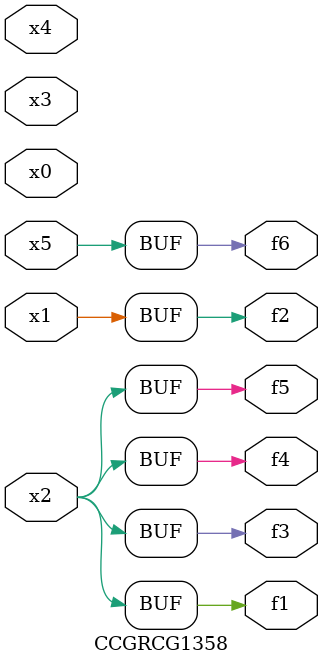
<source format=v>
module CCGRCG1358(
	input x0, x1, x2, x3, x4, x5,
	output f1, f2, f3, f4, f5, f6
);
	assign f1 = x2;
	assign f2 = x1;
	assign f3 = x2;
	assign f4 = x2;
	assign f5 = x2;
	assign f6 = x5;
endmodule

</source>
